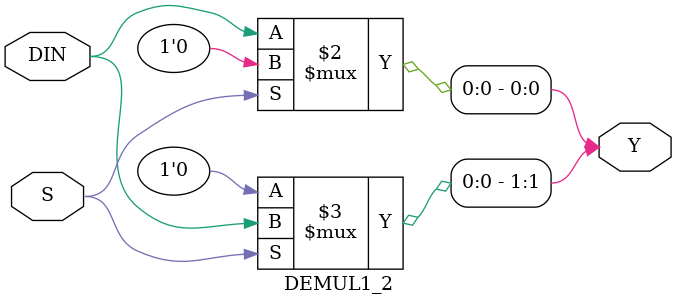
<source format=v>
module DEMUL1_2(
    input DIN,
    input S,
    output [1:0]Y
);
    assign Y[0]=(~S)?DIN:1'b0;
    assign Y[1]=(S)?DIN:1'b0;
endmodule
</source>
